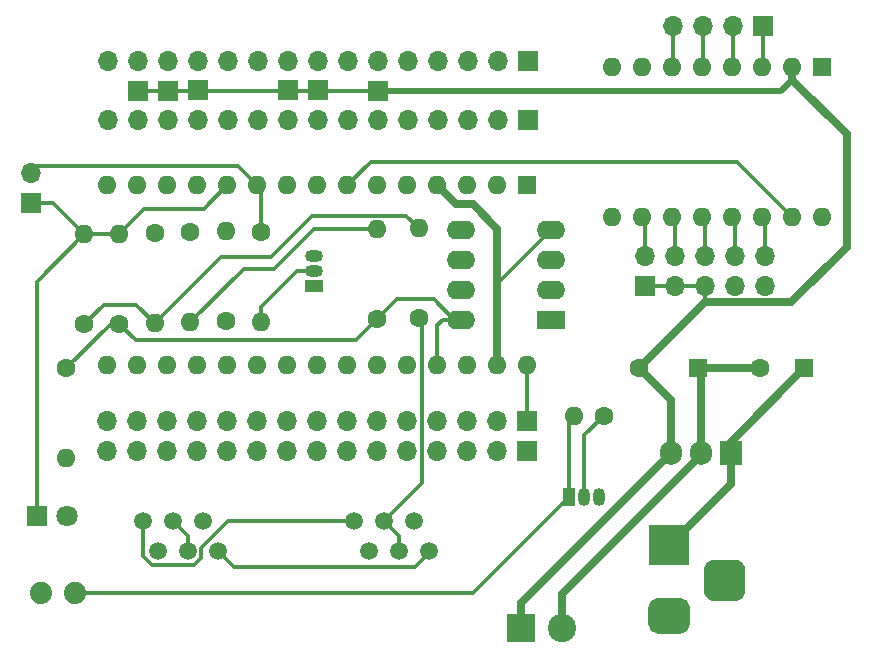
<source format=gtl>
%TF.GenerationSoftware,KiCad,Pcbnew,(5.1.9)-1*%
%TF.CreationDate,2021-11-26T16:09:59-05:00*%
%TF.ProjectId,LN-Stepper_v1b,4c4e2d53-7465-4707-9065-725f7631622e,rev?*%
%TF.SameCoordinates,Original*%
%TF.FileFunction,Copper,L1,Top*%
%TF.FilePolarity,Positive*%
%FSLAX46Y46*%
G04 Gerber Fmt 4.6, Leading zero omitted, Abs format (unit mm)*
G04 Created by KiCad (PCBNEW (5.1.9)-1) date 2021-11-26 16:09:59*
%MOMM*%
%LPD*%
G01*
G04 APERTURE LIST*
%TA.AperFunction,ComponentPad*%
%ADD10O,1.500000X1.050000*%
%TD*%
%TA.AperFunction,ComponentPad*%
%ADD11R,1.500000X1.050000*%
%TD*%
%TA.AperFunction,ComponentPad*%
%ADD12R,3.500000X3.500000*%
%TD*%
%TA.AperFunction,ComponentPad*%
%ADD13O,1.050000X1.500000*%
%TD*%
%TA.AperFunction,ComponentPad*%
%ADD14R,1.050000X1.500000*%
%TD*%
%TA.AperFunction,ComponentPad*%
%ADD15C,1.498600*%
%TD*%
%TA.AperFunction,ComponentPad*%
%ADD16O,1.600000X1.600000*%
%TD*%
%TA.AperFunction,ComponentPad*%
%ADD17C,1.600000*%
%TD*%
%TA.AperFunction,ComponentPad*%
%ADD18R,1.600000X1.600000*%
%TD*%
%TA.AperFunction,ComponentPad*%
%ADD19C,1.879600*%
%TD*%
%TA.AperFunction,ComponentPad*%
%ADD20R,2.400000X1.600000*%
%TD*%
%TA.AperFunction,ComponentPad*%
%ADD21O,2.400000X1.600000*%
%TD*%
%TA.AperFunction,ComponentPad*%
%ADD22R,1.800000X1.800000*%
%TD*%
%TA.AperFunction,ComponentPad*%
%ADD23C,1.800000*%
%TD*%
%TA.AperFunction,ComponentPad*%
%ADD24O,1.700000X1.700000*%
%TD*%
%TA.AperFunction,ComponentPad*%
%ADD25R,1.700000X1.700000*%
%TD*%
%TA.AperFunction,ComponentPad*%
%ADD26R,1.905000X2.000000*%
%TD*%
%TA.AperFunction,ComponentPad*%
%ADD27O,1.905000X2.000000*%
%TD*%
%TA.AperFunction,ComponentPad*%
%ADD28R,2.400000X2.400000*%
%TD*%
%TA.AperFunction,ComponentPad*%
%ADD29C,2.400000*%
%TD*%
%TA.AperFunction,Conductor*%
%ADD30C,0.350000*%
%TD*%
%TA.AperFunction,Conductor*%
%ADD31C,0.700000*%
%TD*%
%TA.AperFunction,Conductor*%
%ADD32C,0.500000*%
%TD*%
G04 APERTURE END LIST*
D10*
X143500000Y-93730000D03*
X143500000Y-92460000D03*
D11*
X143500000Y-95000000D03*
%TA.AperFunction,ComponentPad*%
G36*
G01*
X179115000Y-121710000D02*
X177365000Y-121710000D01*
G75*
G02*
X176490000Y-120835000I0J875000D01*
G01*
X176490000Y-119085000D01*
G75*
G02*
X177365000Y-118210000I875000J0D01*
G01*
X179115000Y-118210000D01*
G75*
G02*
X179990000Y-119085000I0J-875000D01*
G01*
X179990000Y-120835000D01*
G75*
G02*
X179115000Y-121710000I-875000J0D01*
G01*
G37*
%TD.AperFunction*%
%TA.AperFunction,ComponentPad*%
G36*
G01*
X174540000Y-124460000D02*
X172540000Y-124460000D01*
G75*
G02*
X171790000Y-123710000I0J750000D01*
G01*
X171790000Y-122210000D01*
G75*
G02*
X172540000Y-121460000I750000J0D01*
G01*
X174540000Y-121460000D01*
G75*
G02*
X175290000Y-122210000I0J-750000D01*
G01*
X175290000Y-123710000D01*
G75*
G02*
X174540000Y-124460000I-750000J0D01*
G01*
G37*
%TD.AperFunction*%
D12*
X173540000Y-116960000D03*
D13*
X166370000Y-112880000D03*
X167640000Y-112880000D03*
D14*
X165100000Y-112880000D03*
D15*
X153206000Y-117493600D03*
X146856000Y-114953600D03*
X151936000Y-114953600D03*
X148126000Y-117493600D03*
X149396000Y-114953600D03*
X150666000Y-117493600D03*
D16*
X165460000Y-106000000D03*
D17*
X168000000Y-106000000D03*
D16*
X125980000Y-101740000D03*
X125980000Y-86500000D03*
X161540000Y-101740000D03*
X128520000Y-86500000D03*
X159000000Y-101740000D03*
X131060000Y-86500000D03*
X156460000Y-101740000D03*
X133600000Y-86500000D03*
X153920000Y-101740000D03*
X136140000Y-86500000D03*
X151380000Y-101740000D03*
X138680000Y-86500000D03*
X148840000Y-101740000D03*
X141220000Y-86500000D03*
X146300000Y-101740000D03*
X143760000Y-86500000D03*
X143760000Y-101740000D03*
X146300000Y-86500000D03*
X141220000Y-101740000D03*
X148840000Y-86500000D03*
X138680000Y-101740000D03*
X151380000Y-86500000D03*
X136140000Y-101740000D03*
X153920000Y-86500000D03*
X133600000Y-101740000D03*
X156460000Y-86500000D03*
X131060000Y-101740000D03*
X159000000Y-86500000D03*
X128520000Y-101740000D03*
D18*
X161540000Y-86500000D03*
D15*
X135355000Y-117490000D03*
X129005000Y-114950000D03*
X134085000Y-114950000D03*
X130275000Y-117490000D03*
X131545000Y-114950000D03*
X132815000Y-117490000D03*
D19*
X120322200Y-121000000D03*
X123217800Y-121000000D03*
D20*
X163560000Y-97883200D03*
D21*
X155940000Y-90263200D03*
X163560000Y-95343200D03*
X155940000Y-92803200D03*
X163560000Y-92803200D03*
X155940000Y-95343200D03*
X163560000Y-90263200D03*
X155940000Y-97883200D03*
D22*
X120000000Y-114500000D03*
D23*
X122540000Y-114500000D03*
D24*
X125940000Y-109000000D03*
X128480000Y-109000000D03*
X131020000Y-109000000D03*
X133560000Y-109000000D03*
X136100000Y-109000000D03*
X138640000Y-109000000D03*
X141180000Y-109000000D03*
X143720000Y-109000000D03*
X146260000Y-109000000D03*
X148800000Y-109000000D03*
X151340000Y-109000000D03*
X153880000Y-109000000D03*
X156420000Y-109000000D03*
X158960000Y-109000000D03*
D25*
X161500000Y-109000000D03*
D24*
X125940000Y-106500000D03*
X128480000Y-106500000D03*
X131020000Y-106500000D03*
X133560000Y-106500000D03*
X136100000Y-106500000D03*
X138640000Y-106500000D03*
X141180000Y-106500000D03*
X143720000Y-106500000D03*
X146260000Y-106500000D03*
X148800000Y-106500000D03*
X151340000Y-106500000D03*
X153880000Y-106500000D03*
X156420000Y-106500000D03*
X158960000Y-106500000D03*
D25*
X161500000Y-106500000D03*
X161601600Y-81000000D03*
D24*
X159061600Y-81000000D03*
X156521600Y-81000000D03*
X153981600Y-81000000D03*
X151441600Y-81000000D03*
X148901600Y-81000000D03*
X146361600Y-81000000D03*
X143821600Y-81000000D03*
X141281600Y-81000000D03*
X138741600Y-81000000D03*
X136201600Y-81000000D03*
X133661600Y-81000000D03*
X131121600Y-81000000D03*
X128581600Y-81000000D03*
X126041600Y-81000000D03*
D25*
X161601600Y-75988400D03*
D24*
X159061600Y-75988400D03*
X156521600Y-75988400D03*
X153981600Y-75988400D03*
X151441600Y-75988400D03*
X148901600Y-75988400D03*
X146361600Y-75988400D03*
X143821600Y-75988400D03*
X141281600Y-75988400D03*
X138741600Y-75988400D03*
X136201600Y-75988400D03*
X133661600Y-75988400D03*
X131121600Y-75988400D03*
X128581600Y-75988400D03*
X126041600Y-75988400D03*
D25*
X141296000Y-78477600D03*
X133676000Y-78477600D03*
X131136000Y-78500000D03*
X128596000Y-78503000D03*
X143810600Y-78477600D03*
X148916000Y-78500000D03*
D16*
X136000000Y-90380000D03*
D17*
X136000000Y-98000000D03*
X130000000Y-90568000D03*
D16*
X130000000Y-98188000D03*
X148789000Y-90237800D03*
D17*
X148789000Y-97857800D03*
X133000000Y-90500000D03*
D16*
X133000000Y-98120000D03*
D17*
X124000000Y-98270000D03*
D16*
X124000000Y-90650000D03*
D17*
X139000000Y-90466400D03*
D16*
X139000000Y-98086400D03*
X127000000Y-90610000D03*
D17*
X127000000Y-98230000D03*
X122500000Y-102000000D03*
D16*
X122500000Y-109620000D03*
D18*
X186500000Y-76500000D03*
D16*
X168720000Y-89200000D03*
X183960000Y-76500000D03*
X171260000Y-89200000D03*
X181420000Y-76500000D03*
X173800000Y-89200000D03*
X178880000Y-76500000D03*
X176340000Y-89200000D03*
X176340000Y-76500000D03*
X178880000Y-89200000D03*
X173800000Y-76500000D03*
X181420000Y-89200000D03*
X171260000Y-76500000D03*
X183960000Y-89200000D03*
X168720000Y-76500000D03*
X186500000Y-89200000D03*
D18*
X185000000Y-102000000D03*
D17*
X181200000Y-102000000D03*
D18*
X176000000Y-102000000D03*
D17*
X171000000Y-102000000D03*
D25*
X181500000Y-73000000D03*
D24*
X178960000Y-73000000D03*
X176420000Y-73000000D03*
X173880000Y-73000000D03*
D26*
X178800000Y-109140000D03*
D27*
X176260000Y-109140000D03*
X173720000Y-109140000D03*
D28*
X161000000Y-124000000D03*
D29*
X164500000Y-124000000D03*
D25*
X119500000Y-88000000D03*
D24*
X119500000Y-85460000D03*
D25*
X171500000Y-95000000D03*
D24*
X171500000Y-92460000D03*
X174040000Y-95000000D03*
X174040000Y-92460000D03*
X176580000Y-95000000D03*
X176580000Y-92460000D03*
X179120000Y-95000000D03*
X179120000Y-92460000D03*
X181660000Y-95000000D03*
X181660000Y-92460000D03*
D17*
X152390000Y-97780000D03*
D16*
X152390000Y-90160000D03*
D30*
X159000000Y-94823200D02*
X163560000Y-90263200D01*
D31*
X159000000Y-101740000D02*
X159000000Y-94823200D01*
X159000000Y-94823200D02*
X159000000Y-90200000D01*
X159000000Y-90200000D02*
X156900000Y-88100000D01*
X155520000Y-88100000D02*
X153920000Y-86500000D01*
X156900000Y-88100000D02*
X155520000Y-88100000D01*
D30*
X143500000Y-93730000D02*
X142070000Y-93730000D01*
X139000000Y-96800000D02*
X139000000Y-98086400D01*
X142070000Y-93730000D02*
X139000000Y-96800000D01*
X120000000Y-94650000D02*
X124000000Y-90650000D01*
X120000000Y-114500000D02*
X120000000Y-94650000D01*
X121350000Y-88000000D02*
X124000000Y-90650000D01*
X119500000Y-88000000D02*
X121350000Y-88000000D01*
X126960000Y-90650000D02*
X127000000Y-90610000D01*
X124000000Y-90650000D02*
X126960000Y-90650000D01*
X127000000Y-90610000D02*
X129110000Y-88500000D01*
X134140000Y-88500000D02*
X136140000Y-86500000D01*
X129110000Y-88500000D02*
X134140000Y-88500000D01*
X119500000Y-85460000D02*
X120060000Y-84900000D01*
X137080000Y-84900000D02*
X138680000Y-86500000D01*
X120060000Y-84900000D02*
X137080000Y-84900000D01*
X139000000Y-90466400D02*
X139000000Y-86820000D01*
X126270000Y-98230000D02*
X127000000Y-98230000D01*
X122500000Y-102000000D02*
X126270000Y-98230000D01*
X127000000Y-98230000D02*
X128370000Y-99600000D01*
X147046800Y-99600000D02*
X148789000Y-97857800D01*
X128370000Y-99600000D02*
X147046800Y-99600000D01*
X150666000Y-116223600D02*
X149396000Y-114953600D01*
X150666000Y-117493600D02*
X150666000Y-116223600D01*
X132815000Y-116220000D02*
X131545000Y-114950000D01*
X132815000Y-117490000D02*
X132815000Y-116220000D01*
X152654999Y-111694601D02*
X152654999Y-98044999D01*
X152654999Y-98044999D02*
X152390000Y-97780000D01*
X149396000Y-114953600D02*
X152654999Y-111694601D01*
X129735335Y-118614301D02*
X129005000Y-117883966D01*
X129005000Y-117883966D02*
X129005000Y-114950000D01*
X133354665Y-118614301D02*
X129735335Y-118614301D01*
X133939301Y-118029665D02*
X133354665Y-118614301D01*
X133939301Y-117241733D02*
X133939301Y-118029665D01*
X136227434Y-114953600D02*
X133939301Y-117241733D01*
X146856000Y-114953600D02*
X136227434Y-114953600D01*
X135355000Y-117490000D02*
X136670000Y-118805000D01*
X136670000Y-118805000D02*
X152055000Y-118805000D01*
X153206000Y-117654000D02*
X153206000Y-117493600D01*
X152055000Y-118805000D02*
X153206000Y-117654000D01*
X156980000Y-121000000D02*
X165100000Y-112880000D01*
X123217800Y-121000000D02*
X156980000Y-121000000D01*
X165100000Y-106360000D02*
X165460000Y-106000000D01*
X165100000Y-112880000D02*
X165100000Y-106360000D01*
X130000000Y-98188000D02*
X135588000Y-92600000D01*
X135588000Y-92600000D02*
X139800000Y-92600000D01*
X151292799Y-89062799D02*
X152390000Y-90160000D01*
X143337201Y-89062799D02*
X151292799Y-89062799D01*
X139800000Y-92600000D02*
X143337201Y-89062799D01*
X124000000Y-98270000D02*
X125670000Y-96600000D01*
X128412000Y-96600000D02*
X130000000Y-98188000D01*
X125670000Y-96600000D02*
X128412000Y-96600000D01*
X166370000Y-107630000D02*
X168000000Y-106000000D01*
X166370000Y-112880000D02*
X166370000Y-107630000D01*
X133000000Y-98120000D02*
X137520000Y-93600000D01*
X137520000Y-93600000D02*
X140100000Y-93600000D01*
X143462200Y-90237800D02*
X148789000Y-90237800D01*
X140100000Y-93600000D02*
X143462200Y-90237800D01*
X149000000Y-78500000D02*
X128500000Y-78500000D01*
D31*
X161000000Y-121860000D02*
X173720000Y-109140000D01*
X161000000Y-124000000D02*
X161000000Y-121860000D01*
X173720000Y-104720000D02*
X171000000Y-102000000D01*
X173720000Y-109140000D02*
X173720000Y-104720000D01*
X183960000Y-77560000D02*
X183960000Y-76500000D01*
D32*
X183020000Y-78500000D02*
X183960000Y-77560000D01*
X148916000Y-78500000D02*
X183020000Y-78500000D01*
D31*
X171500000Y-101500000D02*
X171000000Y-102000000D01*
X176599999Y-96400001D02*
X171000000Y-102000000D01*
X183899999Y-96400001D02*
X176599999Y-96400001D01*
X188600000Y-91700000D02*
X183899999Y-96400001D01*
X188600000Y-82200000D02*
X188600000Y-91700000D01*
X183960000Y-77560000D02*
X188600000Y-82200000D01*
D30*
X171500000Y-95000000D02*
X174040000Y-95000000D01*
X174040000Y-95000000D02*
X176580000Y-95000000D01*
X176580000Y-96380002D02*
X176599999Y-96400001D01*
X176580000Y-95000000D02*
X176580000Y-96380002D01*
X171500000Y-89440000D02*
X171260000Y-89200000D01*
X171500000Y-92460000D02*
X171500000Y-89440000D01*
X181500000Y-76420000D02*
X181420000Y-76500000D01*
X181500000Y-73000000D02*
X181500000Y-76420000D01*
X174040000Y-89440000D02*
X173800000Y-89200000D01*
X174040000Y-92460000D02*
X174040000Y-89440000D01*
X178960000Y-76420000D02*
X178880000Y-76500000D01*
X178960000Y-73000000D02*
X178960000Y-76420000D01*
X176580000Y-89440000D02*
X176340000Y-89200000D01*
X176580000Y-92460000D02*
X176580000Y-89440000D01*
X176420000Y-76420000D02*
X176340000Y-76500000D01*
X176420000Y-73000000D02*
X176420000Y-76420000D01*
X179120000Y-89440000D02*
X178880000Y-89200000D01*
X179120000Y-92460000D02*
X179120000Y-89440000D01*
X173880000Y-76420000D02*
X173800000Y-76500000D01*
X173880000Y-73000000D02*
X173880000Y-76420000D01*
X181660000Y-89440000D02*
X181420000Y-89200000D01*
X181660000Y-92460000D02*
X181660000Y-89440000D01*
X146300000Y-86500000D02*
X148300000Y-84500000D01*
X179260000Y-84500000D02*
X183960000Y-89200000D01*
X148300000Y-84500000D02*
X179260000Y-84500000D01*
D31*
X173540000Y-116960000D02*
X173640000Y-116960000D01*
X178800000Y-111800000D02*
X178800000Y-109140000D01*
X173640000Y-116960000D02*
X178800000Y-111800000D01*
X178800000Y-108200000D02*
X185000000Y-102000000D01*
X178800000Y-109140000D02*
X178800000Y-108200000D01*
D30*
X176260000Y-102260000D02*
X176000000Y-102000000D01*
D31*
X176260000Y-109140000D02*
X176260000Y-102260000D01*
X176000000Y-102000000D02*
X181200000Y-102000000D01*
X176260000Y-109140000D02*
X176260000Y-109360000D01*
X164500000Y-121120000D02*
X164500000Y-124000000D01*
X176260000Y-109360000D02*
X164500000Y-121120000D01*
D30*
X155940000Y-97883200D02*
X155363200Y-97883200D01*
X155363200Y-97883200D02*
X153640000Y-96160000D01*
X150486800Y-96160000D02*
X148789000Y-97857800D01*
X153640000Y-96160000D02*
X150486800Y-96160000D01*
X153920000Y-101740000D02*
X153920000Y-98330000D01*
X154366800Y-97883200D02*
X155940000Y-97883200D01*
X153920000Y-98330000D02*
X154366800Y-97883200D01*
X161500000Y-106500000D02*
X161500000Y-101780000D01*
X141220000Y-86834000D02*
X141220000Y-86500000D01*
M02*

</source>
